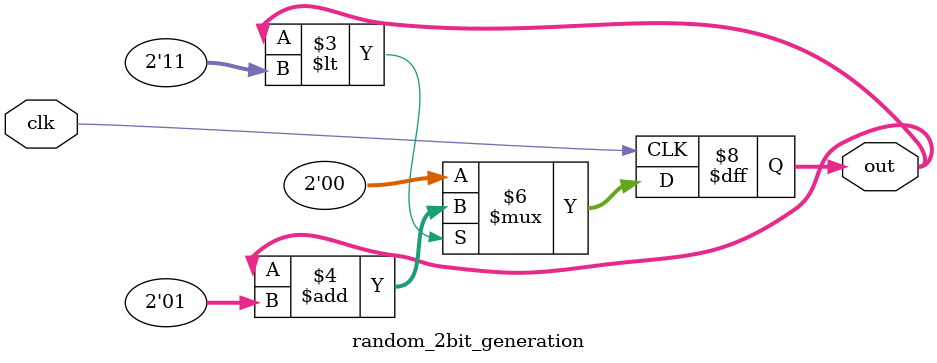
<source format=v>
module random_2bit_generation(
    input clk,             // Clock input
    output reg [1:0] out   // 2-bit output
);

    always @(posedge clk) begin
       out <= out+ 2'b11;
       if (out < 2'b11) begin // Max score of 15
                out <= out + 2'b01;  // Increment score
        end else begin
         out <= 2'b00;
        end

      
    end

endmodule

</source>
